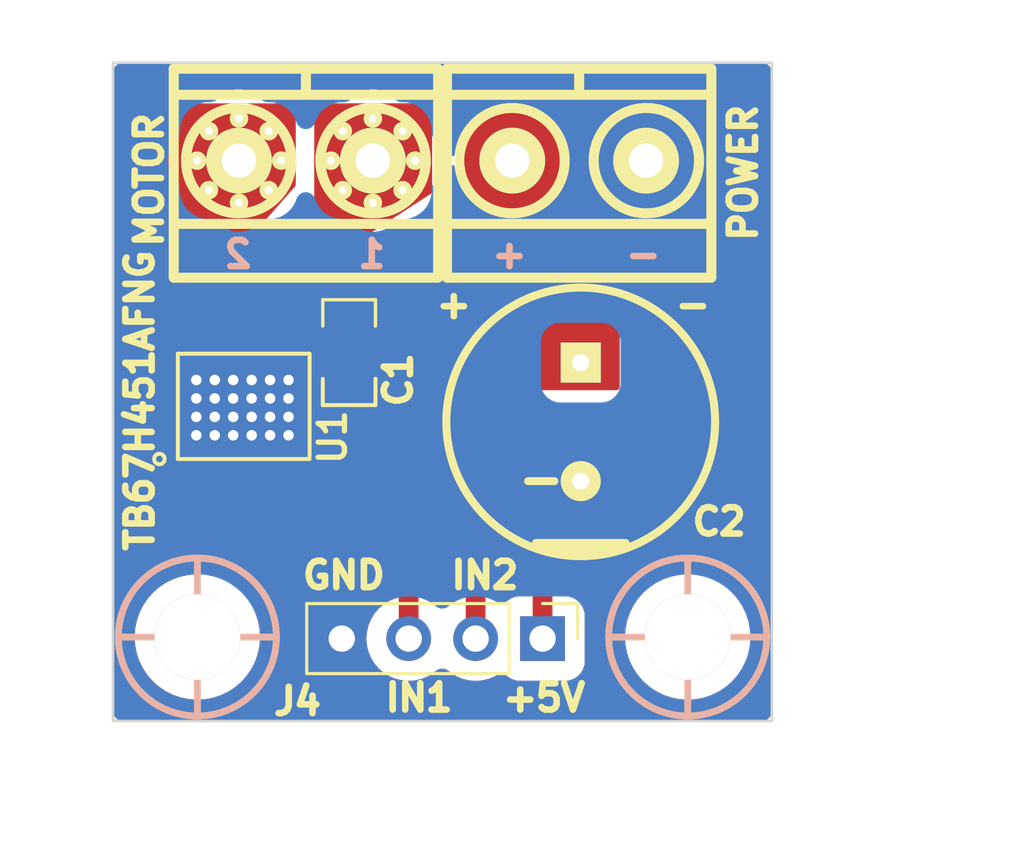
<source format=kicad_pcb>
(kicad_pcb (version 20221018) (generator pcbnew)
  (layers (0 "F.Cu" signal) (31 "B.Cu" signal) (34 "B.Paste" user) (35 "F.Paste" user) (36 "B.SilkS" user "B.Silkscreen") (37 "F.SilkS" user "F.Silkscreen") (38 "B.Mask" user) (39 "F.Mask" user) (44 "Edge.Cuts" user))
  (net 0 "")
  (net 1 "GND")
  (net 2 "+5V")
  (net 3 "/Vin")
  (net 4 "Net-(U1-OUT2)")
  (net 5 "Net-(U1-OUT1)")
  (net 6 "/M1A")
  (net 7 "/M1B")
  (footprint "EESTN5-v2:BORNERA2_AZUL" (layer "F.Cu") (at 148.89 110.72 180)
    (fp_text reference "J1" hide)
    (fp_text value "POWER" (at -6.225 -0.46 90) (layer "F.SilkS") (effects (font (thickness 0.25) bold)))
    (fp_line (start -5.0165 -4.445) (end -5.0165 3.4925) (stroke (width 0.381)) (layer "F.SilkS"))
    (fp_line (start -5 -2.4) (end 5 -2.4) (stroke (width 0.381)) (layer "F.SilkS"))
    (fp_line (start -5 2.5) (end 5 2.5) (stroke (width 0.381)) (layer "F.SilkS"))
    (fp_line (start -4.9835 3.4925) (end 5.0165 3.4925) (stroke (width 0.381)) (layer "F.SilkS"))
    (fp_line (start 0 2.54) (end 0 3.4845) (stroke (width 0.381)) (layer "F.SilkS"))
    (fp_line (start 5.0165 -4.445) (end -4.9835 -4.445) (stroke (width 0.381)) (layer "F.SilkS"))
    (fp_line (start 5.0165 3.4925) (end 5.0165 -4.445) (stroke (width 0.381)) (layer "F.SilkS"))
    (fp_circle (center -2.55 0) (end -0.55 0) (stroke (width 0.381)) (fill none) (layer "F.SilkS"))
    (fp_circle (center 2.55 0) (end 0.55 0) (stroke (width 0.381)) (fill none) (layer "F.SilkS"))
    (pad "1" thru_hole circle (at -2.54 0 180) (size 2.5 2.5) (drill 1.3) (layers "*.Cu" "*.Mask" "F.SilkS") (net 1 "GND"))
    (pad "2" thru_hole circle (at 2.54 0 180) (size 2.5 2.5) (drill 1.3) (layers "*.Cu" "*.Mask" "F.SilkS") (net 3 "/Vin"))
  )
  (footprint "EESTN5-v2:Separador_M3_5mm" (layer "F.Cu") (at 153.01 128.81)
    (fp_text reference "H2" hide)
    (fp_text value "Mounting_Hole" hide)
    (fp_line (start -3 0) (end 3 0) (stroke (width 0.254)) (layer "B.SilkS"))
    (fp_line (start 0 -3) (end 0 3) (stroke (width 0.254)) (layer "B.SilkS"))
    (fp_circle (center 0 0) (end 3 0) (stroke (width 0.254)) (fill none) (layer "B.SilkS"))
    (fp_line (start -3 0) (end 3 0) (stroke (width 0.254)) (layer "F.SilkS"))
    (fp_line (start 0 -3) (end 0 3) (stroke (width 0.254)) (layer "F.SilkS"))
    (fp_circle (center 0 0) (end 3 0) (stroke (width 0.254)) (fill none) (layer "F.SilkS"))
    (pad "1" thru_hole circle (at 0 0) (size 3.25 3.25) (drill 3.25) (layers "*.Cu" "F.SilkS"))
  )
  (footprint "EESTN5-v2:SSOP-8_disipa" (layer "F.Cu") (at 136.16 120.05)
    (fp_text reference "U1" (at 3.37 1.17 -90) (layer "F.SilkS") (effects (font (thickness 0.2) bold)))
    (fp_text value "TB67H451AFNG" hide)
    (fp_line (start -2.5 -2) (end -2.5 2) (stroke (width 0.15)) (layer "F.SilkS"))
    (fp_line (start -2.5 2) (end 2.5 2) (stroke (width 0.15)) (layer "F.SilkS"))
    (fp_line (start 2.5 -2) (end -2.5 -2) (stroke (width 0.15)) (layer "F.SilkS"))
    (fp_line (start 2.5 -2) (end 2.5 1.9) (stroke (width 0.15)) (layer "F.SilkS"))
    (fp_circle (center -3.2 2) (end -3 2) (stroke (width 0.15)) (fill none) (layer "F.SilkS"))
    (pad "1" smd rect (at -1.905 3) (size 0.7112 2) (layers "F.Cu" "F.Paste" "F.Mask") (net 1 "GND"))
    (pad "1" thru_hole circle (at -1.8 -1 90) (size 0.7 0.7) (drill 0.4) (layers "*.Cu" "*.Mask") (net 1 "GND"))
    (pad "1" thru_hole circle (at -1.8 -0.3 90) (size 0.7 0.7) (drill 0.4) (layers "*.Cu" "*.Mask") (net 1 "GND"))
    (pad "1" thru_hole circle (at -1.8 0.4 90) (size 0.7 0.7) (drill 0.4) (layers "*.Cu" "*.Mask") (net 1 "GND"))
    (pad "1" thru_hole circle (at -1.8 1.1 90) (size 0.7 0.7) (drill 0.4) (layers "*.Cu" "*.Mask") (net 1 "GND"))
    (pad "1" thru_hole circle (at -1.1 -1 90) (size 0.7 0.7) (drill 0.4) (layers "*.Cu" "*.Mask") (net 1 "GND"))
    (pad "1" thru_hole circle (at -1.1 -0.3 90) (size 0.7 0.7) (drill 0.4) (layers "*.Cu" "*.Mask") (net 1 "GND"))
    (pad "1" thru_hole circle (at -1.1 0.4 90) (size 0.7 0.7) (drill 0.4) (layers "*.Cu" "*.Mask") (net 1 "GND"))
    (pad "1" thru_hole circle (at -1.1 1.1 90) (size 0.7 0.7) (drill 0.4) (layers "*.Cu" "*.Mask") (net 1 "GND"))
    (pad "1" thru_hole circle (at -0.4 -1) (size 0.7 0.7) (drill 0.4) (layers "*.Cu" "*.Mask") (net 1 "GND"))
    (pad "1" thru_hole circle (at -0.4 -0.3) (size 0.7 0.7) (drill 0.4) (layers "*.Cu" "*.Mask") (net 1 "GND"))
    (pad "1" thru_hole circle (at -0.4 0.4) (size 0.7 0.7) (drill 0.4) (layers "*.Cu" "*.Mask") (net 1 "GND"))
    (pad "1" thru_hole circle (at -0.4 1.1) (size 0.7 0.7) (drill 0.4) (layers "*.Cu" "*.Mask") (net 1 "GND"))
    (pad "1" thru_hole circle (at 0.3 -1) (size 0.7 0.7) (drill 0.4) (layers "*.Cu" "*.Mask") (net 1 "GND"))
    (pad "1" thru_hole circle (at 0.3 -0.3) (size 0.7 0.7) (drill 0.4) (layers "*.Cu" "*.Mask") (net 1 "GND"))
    (pad "1" thru_hole circle (at 0.3 0.4) (size 0.7 0.7) (drill 0.4) (layers "*.Cu" "*.Mask") (net 1 "GND"))
    (pad "1" thru_hole circle (at 0.3 1.1) (size 0.7 0.7) (drill 0.4) (layers "*.Cu" "*.Mask") (net 1 "GND"))
    (pad "1" thru_hole circle (at 1 -1) (size 0.7 0.7) (drill 0.4) (layers "*.Cu" "*.Mask") (net 1 "GND"))
    (pad "1" thru_hole circle (at 1 -0.3) (size 0.7 0.7) (drill 0.4) (layers "*.Cu" "*.Mask") (net 1 "GND"))
    (pad "1" thru_hole circle (at 1 0.4) (size 0.7 0.7) (drill 0.4) (layers "*.Cu" "*.Mask") (net 1 "GND"))
    (pad "1" thru_hole circle (at 1 1.1) (size 0.7 0.7) (drill 0.4) (layers "*.Cu" "*.Mask") (net 1 "GND"))
    (pad "1" thru_hole circle (at 1.7 -1) (size 0.7 0.7) (drill 0.4) (layers "*.Cu" "*.Mask") (net 1 "GND"))
    (pad "1" thru_hole circle (at 1.7 -0.3) (size 0.7 0.7) (drill 0.4) (layers "*.Cu" "*.Mask") (net 1 "GND"))
    (pad "1" thru_hole circle (at 1.7 0.4) (size 0.7 0.7) (drill 0.4) (layers "*.Cu" "*.Mask") (net 1 "GND"))
    (pad "1" thru_hole circle (at 1.7 1.1) (size 0.7 0.7) (drill 0.4) (layers "*.Cu" "*.Mask") (net 1 "GND"))
    (pad "2" smd rect (at -0.635 3) (size 0.7112 2) (layers "F.Cu" "F.Paste" "F.Mask") (net 6 "/M1A"))
    (pad "3" smd rect (at 0.635 3) (size 0.7112 2) (layers "F.Cu" "F.Paste" "F.Mask") (net 7 "/M1B"))
    (pad "4" smd rect (at 1.905 3) (size 0.7112 2) (layers "F.Cu" "F.Paste" "F.Mask") (net 2 "+5V"))
    (pad "5" smd rect (at 1.905 -3 180) (size 0.7112 2) (layers "F.Cu" "F.Paste" "F.Mask") (net 3 "/Vin"))
    (pad "6" smd rect (at 0.635 -3 180) (size 0.7112 2) (layers "F.Cu" "F.Paste" "F.Mask") (net 5 "Net-(U1-OUT1)"))
    (pad "7" smd rect (at -0.635 -3 180) (size 0.7112 2) (layers "F.Cu" "F.Paste" "F.Mask") (net 1 "GND"))
    (pad "8" smd rect (at -1.905 -3 180) (size 0.7112 2) (layers "F.Cu" "F.Paste" "F.Mask") (net 4 "Net-(U1-OUT2)"))
  )
  (footprint "Connector_PinHeader_2.54mm:PinHeader_1x04_P2.54mm_Vertical" (layer "F.Cu") (at 147.5 128.87 -90)
    (fp_text reference "J4" (at 2.38 9.3 180) (layer "F.SilkS") (effects (font (thickness 0.25) bold)))
    (fp_text value "Conn_01x04_Pin")
    (fp_line (start -1.33 -1.33) (end 0 -1.33) (stroke (width 0.12)) (layer "F.SilkS"))
    (fp_line (start -1.33 0) (end -1.33 -1.33) (stroke (width 0.12)) (layer "F.SilkS"))
    (fp_line (start -1.33 1.27) (end -1.33 8.95) (stroke (width 0.12)) (layer "F.SilkS"))
    (fp_line (start -1.33 1.27) (end 1.33 1.27) (stroke (width 0.12)) (layer "F.SilkS"))
    (fp_line (start -1.33 8.95) (end 1.33 8.95) (stroke (width 0.12)) (layer "F.SilkS"))
    (fp_line (start 1.33 1.27) (end 1.33 8.95) (stroke (width 0.12)) (layer "F.SilkS"))
    (pad "1" thru_hole rect (at 0 0 270) (size 1.7 1.7) (drill 1) (layers "*.Cu" "*.Mask") (net 2 "+5V"))
    (pad "2" thru_hole oval (at 0 2.54 270) (size 1.7 1.7) (drill 1) (layers "*.Cu" "*.Mask") (net 7 "/M1B"))
    (pad "3" thru_hole oval (at 0 5.08 270) (size 1.7 1.7) (drill 1) (layers "*.Cu" "*.Mask") (net 6 "/M1A"))
    (pad "4" thru_hole oval (at 0 7.62 270) (size 1.7 1.7) (drill 1) (layers "*.Cu" "*.Mask") (net 1 "GND"))
  )
  (footprint "EESTN5-v2:Separador_M3_5mm" (layer "F.Cu") (at 134.4 128.81)
    (fp_text reference "H1" hide)
    (fp_text value "Mounting_Hole" hide)
    (fp_line (start -3 0) (end 3 0) (stroke (width 0.254)) (layer "B.SilkS"))
    (fp_line (start 0 -3) (end 0 3) (stroke (width 0.254)) (layer "B.SilkS"))
    (fp_circle (center 0 0) (end 3 0) (stroke (width 0.254)) (fill none) (layer "B.SilkS"))
    (fp_line (start -3 0) (end 3 0) (stroke (width 0.254)) (layer "F.SilkS"))
    (fp_line (start 0 -3) (end 0 3) (stroke (width 0.254)) (layer "F.SilkS"))
    (fp_circle (center 0 0) (end 3 0) (stroke (width 0.254)) (fill none) (layer "F.SilkS"))
    (pad "1" thru_hole circle (at 0 0) (size 3.25 3.25) (drill 3.25) (layers "*.Cu" "F.SilkS"))
  )
  (footprint "EESTN5-v2:CAP_ELEC_10X8mm" (layer "F.Cu") (at 148.95 120.64 180)
    (fp_text reference "C2" (at -5.25 -3.79) (layer "F.SilkS") (effects (font (thickness 0.25) bold)))
    (fp_text value "100uF 35V" hide)
    (fp_line (start -1.7 -4.6) (end 1.7 -4.6) (stroke (width 0.3048)) (layer "F.SilkS"))
    (fp_line (start -1.3 -4.8) (end 1.3 -4.8) (stroke (width 0.3048)) (layer "F.SilkS"))
    (fp_line (start -0.8 -5) (end 0.8 -5) (stroke (width 0.3048)) (layer "F.SilkS"))
    (fp_line (start 1 -2.25) (end 2 -2.25) (stroke (width 0.3)) (layer "F.SilkS"))
    (fp_circle (center 0 0) (end 5.1 0) (stroke (width 0.3048)) (fill none) (layer "F.SilkS"))
    (pad "1" thru_hole rect (at 0 2.25 180) (size 1.524 1.524) (drill 0.65) (layers "*.Cu" "*.Mask" "F.SilkS") (net 3 "/Vin"))
    (pad "2" thru_hole circle (at 0 -2.25 180) (size 1.524 1.524) (drill 0.65) (layers "*.Cu" "*.Mask" "F.SilkS") (net 1 "GND"))
  )
  (footprint "EESTN5-v2:C_0805" (layer "F.Cu") (at 140.16 118.0025 90)
    (fp_text reference "C1" (at -1.04 1.86 90) (layer "F.SilkS") (effects (font (thickness 0.25) bold)))
    (fp_text value "100nF" hide)
    (fp_line (start -2 -1) (end -2 1) (stroke (width 0.15)) (layer "F.SilkS"))
    (fp_line (start -2 1) (end -1 1) (stroke (width 0.15)) (layer "F.SilkS"))
    (fp_line (start -1 -1) (end -2 -1) (stroke (width 0.15)) (layer "F.SilkS"))
    (fp_line (start 1 -1) (end 2 -1) (stroke (width 0.127)) (layer "F.SilkS"))
    (fp_line (start 2 -1) (end 2 1) (stroke (width 0.127)) (layer "F.SilkS"))
    (fp_line (start 2 1) (end 1 1) (stroke (width 0.127)) (layer "F.SilkS"))
    (pad "1" smd rect (at 0.9525 0 90) (size 1.30048 1.4986) (layers "F.Cu" "F.Paste" "F.Mask") (net 3 "/Vin"))
    (pad "2" smd rect (at -0.9525 0 90) (size 1.30048 1.4986) (layers "F.Cu" "F.Paste" "F.Mask") (net 1 "GND"))
  )
  (footprint "EESTN5-v2:BORNERA2_AZUL_HOLES+" (layer "F.Cu") (at 138.52 110.72 180)
    (fp_text reference "J3" hide)
    (fp_text value "MOTOR" (at 5.95 -0.73 90) (layer "F.SilkS") (effects (font (thickness 0.25) bold)))
    (fp_line (start -5.0165 -4.445) (end -5.0165 3.4925) (stroke (width 0.381)) (layer "F.SilkS"))
    (fp_line (start -5 -2.4) (end 5 -2.4) (stroke (width 0.381)) (layer "F.SilkS"))
    (fp_line (start -5 2.5) (end 5 2.5) (stroke (width 0.381)) (layer "F.SilkS"))
    (fp_line (start -4.9835 3.4925) (end 5.0165 3.4925) (stroke (width 0.381)) (layer "F.SilkS"))
    (fp_line (start 0 2.54) (end 0 3.4845) (stroke (width 0.381)) (layer "F.SilkS"))
    (fp_line (start 5.0165 -4.445) (end -4.9835 -4.445) (stroke (width 0.381)) (layer "F.SilkS"))
    (fp_line (start 5.0165 3.4925) (end 5.0165 -4.445) (stroke (width 0.381)) (layer "F.SilkS"))
    (fp_circle (center -2.55 0) (end -0.55 0) (stroke (width 0.381)) (fill none) (layer "F.SilkS"))
    (fp_circle (center 2.55 0) (end 0.55 0) (stroke (width 0.381)) (fill none) (layer "F.SilkS"))
    (pad "1" thru_hole circle (at -4.14 0 180) (size 0.7 0.7) (drill 0.3) (layers "*.Cu" "*.Mask" "F.SilkS") (net 5 "Net-(U1-OUT1)"))
    (pad "1" thru_hole circle (at -3.67 -1.12 180) (size 0.7 0.7) (drill 0.3) (layers "*.Cu" "*.Mask" "F.SilkS") (net 5 "Net-(U1-OUT1)"))
    (pad "1" thru_hole circle (at -3.67 1.12 180) (size 0.7 0.7) (drill 0.3) (layers "*.Cu" "*.Mask" "F.SilkS") (net 5 "Net-(U1-OUT1)"))
    (pad "1" thru_hole circle (at -2.54 -1.6 180) (size 0.7 0.7) (drill 0.3) (layers "*.Cu" "*.Mask" "F.SilkS") (net 5 "Net-(U1-OUT1)"))
    (pad "1" thru_hole circle (at -2.54 0 180) (size 2.5 2.5) (drill 1.3) (layers "*.Cu" "*.Mask" "F.SilkS") (net 5 "Net-(U1-OUT1)"))
    (pad "1" thru_hole circle (at -2.54 1.6 180) (size 0.7 0.7) (drill 0.3) (layers "*.Cu" "*.Mask" "F.SilkS") (net 5 "Net-(U1-OUT1)"))
    (pad "1" thru_hole circle (at -1.4 -1.12 180) (size 0.7 0.7) (drill 0.3) (layers "*.Cu" "*.Mask" "F.SilkS") (net 5 "Net-(U1-OUT1)"))
    (pad "1" thru_hole circle (at -1.4 1.12 180) (size 0.7 0.7) (drill 0.3) (layers "*.Cu" "*.Mask" "F.SilkS") (net 5 "Net-(U1-OUT1)"))
    (pad "1" thru_hole circle (at -0.95 0 180) (size 0.7 0.7) (drill 0.3) (layers "*.Cu" "*.Mask" "F.SilkS") (net 5 "Net-(U1-OUT1)"))
    (pad "2" thru_hole circle (at 0.94 0 180) (size 0.7 0.7) (drill 0.3) (layers "*.Cu" "*.Mask" "F.SilkS") (net 4 "Net-(U1-OUT2)"))
    (pad "2" thru_hole circle (at 1.41 -1.12 180) (size 0.7 0.7) (drill 0.3) (layers "*.Cu" "*.Mask" "F.SilkS") (net 4 "Net-(U1-OUT2)"))
    (pad "2" thru_hole circle (at 1.41 1.12 180) (size 0.7 0.7) (drill 0.3) (layers "*.Cu" "*.Mask" "F.SilkS") (net 4 "Net-(U1-OUT2)"))
    (pad "2" thru_hole circle (at 2.54 -1.6 180) (size 0.7 0.7) (drill 0.3) (layers "*.Cu" "*.Mask" "F.SilkS") (net 4 "Net-(U1-OUT2)"))
    (pad "2" thru_hole circle (at 2.54 0 180) (size 2.5 2.5) (drill 1.3) (layers "*.Cu" "*.Mask" "F.SilkS") (net 4 "Net-(U1-OUT2)"))
    (pad "2" thru_hole circle (at 2.54 1.6 180) (size 0.7 0.7) (drill 0.3) (layers "*.Cu" "*.Mask" "F.SilkS") (net 4 "Net-(U1-OUT2)"))
    (pad "2" thru_hole circle (at 3.68 -1.12 180) (size 0.7 0.7) (drill 0.3) (layers "*.Cu" "*.Mask" "F.SilkS") (net 4 "Net-(U1-OUT2)"))
    (pad "2" thru_hole circle (at 3.68 1.12 180) (size 0.7 0.7) (drill 0.3) (layers "*.Cu" "*.Mask" "F.SilkS") (net 4 "Net-(U1-OUT2)"))
    (pad "2" thru_hole circle (at 4.13 0 180) (size 0.7 0.7) (drill 0.3) (layers "*.Cu" "*.Mask" "F.SilkS") (net 4 "Net-(U1-OUT2)"))
  )
  (gr_line (start 156.2 107) (end 156.2 109) (stroke (width 0.1)) (layer "Edge.Cuts"))
  (gr_rect (start 131.2 107) (end 156.2 132) (stroke (width 0.1)) (fill none) (layer "Edge.Cuts"))
  (gr_text "1" (at 141.66 114.86) (layer "B.SilkS") (effects (font (size 1 1) (thickness 0.25) bold) (justify left bottom mirror)))
  (gr_text "+" (at 147.03 114.86) (layer "B.SilkS") (effects (font (size 1 1) (thickness 0.25) bold) (justify left bottom mirror)))
  (gr_text "2" (at 136.58 114.86) (layer "B.SilkS") (effects (font (size 1 1) (thickness 0.25) bold) (justify left bottom mirror)))
  (gr_text "-" (at 152.11 114.86) (layer "B.SilkS") (effects (font (size 1 1) (thickness 0.25) bold) (justify left bottom mirror)))
  (gr_text "TB67H451AFNG\n" (at 132.8 125.66 90) (layer "F.SilkS") (effects (font (size 1 1) (thickness 0.25) bold) (justify left bottom)))
  (gr_text "-" (at 153.99 115.73 180) (layer "F.SilkS") (effects (font (size 1 1) (thickness 0.25) bold) (justify left bottom)))
  (gr_text "IN2" (at 143.91 127.05) (layer "F.SilkS") (effects (font (size 1 1) (thickness 0.25) bold) (justify left bottom)))
  (gr_text "IN1\n" (at 141.41 131.7) (layer "F.SilkS") (effects (font (size 1 1) (thickness 0.25) bold) (justify left bottom)))
  (gr_text "+5V" (at 145.87 131.7) (layer "F.SilkS") (effects (font (size 1 1) (thickness 0.25) bold) (justify left bottom)))
  (gr_text "+" (at 144.9165 115.73 180) (layer "F.SilkS") (effects (font (size 1 1) (thickness 0.25) bold) (justify left bottom)))
  (gr_text "GND" (at 138.27 127.05) (layer "F.SilkS") (effects (font (size 1 1) (thickness 0.25) bold) (justify left bottom)))
  (segment (start 135.525 117.05) (end 135.525 119.375) (width 0.75) (layer "F.Cu") (net 1))
  (segment (start 135.525 119.375) (end 135.11 119.79) (width 0.75) (layer "F.Cu") (net 1))
  (segment (start 144.24 123.05) (end 138.065 123.05) (width 0.75) (layer "F.Cu") (net 2))
  (segment (start 147.5 126.31) (end 144.24 123.05) (width 0.75) (layer "F.Cu") (net 2))
  (segment (start 147.5 128.87) (end 147.5 126.31) (width 0.75) (layer "F.Cu") (net 2))
  (segment (start 142.42 126.82) (end 141.92 126.32) (width 0.75) (layer "F.Cu") (net 6))
  (segment (start 141.92 126.32) (end 136.82 126.32) (width 0.75) (layer "F.Cu") (net 6))
  (segment (start 136.82 126.32) (end 135.525 125.025) (width 0.75) (layer "F.Cu") (net 6))
  (segment (start 135.525 125.025) (end 135.525 123.05) (width 0.75) (layer "F.Cu") (net 6))
  (segment (start 142.42 128.87) (end 142.42 126.82) (width 0.75) (layer "F.Cu") (net 6))
  (segment (start 137.47 124.97) (end 136.795 124.295) (width 0.75) (layer "F.Cu") (net 7))
  (segment (start 136.795 124.295) (end 136.795 123.05) (width 0.75) (layer "F.Cu") (net 7))
  (segment (start 144.96 128.87) (end 144.96 126.04) (width 0.75) (layer "F.Cu") (net 7))
  (segment (start 144.96 126.04) (end 143.89 124.97) (width 0.75) (layer "F.Cu") (net 7))
  (segment (start 143.89 124.97) (end 137.47 124.97) (width 0.75) (layer "F.Cu") (net 7))
  (zone (net 5) (net_name "Net-(U1-OUT1)") (layer "F.Cu") (priority 2) (connect_pads yes (clearance 0.25)) (min_thickness 0.25) (fill yes (thermal_gap 0.25) (thermal_bridge_width 0.25))
    (polygon (pts (xy 136.09 118.07) (xy 137.49 118.07) (xy 137.49 115.72) (xy 143.31 111.95) (xy 143.31 108.54) (xy 138.835 108.545) (xy 138.835 112.19) (xy 136.09 115.17)))
  )
  (zone (net 3) (net_name "/Vin") (layer "F.Cu") (priority 3) (connect_pads yes (clearance 0.25)) (min_thickness 0.25) (fill yes (thermal_gap 0.25) (thermal_bridge_width 0.25))
    (polygon (pts (xy 137.71 118.05) (xy 137.71 116.05) (xy 140.09 114.94) (xy 144.18 112.28) (xy 144.18 108.54) (xy 148.52 108.54) (xy 148.51 112.46) (xy 150.43 117.15) (xy 150.43 119.44) (xy 147.18 119.44) (xy 145.59 118.03)))
  )
  (zone (net 4) (net_name "Net-(U1-OUT2)") (layer "F.Cu") (priority 1) (connect_pads yes (clearance 0.25)) (min_thickness 0.25) (fill yes (thermal_gap 0.25) (thermal_bridge_width 0.25))
    (polygon (pts (xy 133.31 114.995) (xy 133.31 118.08) (xy 134.885 118.08) (xy 134.885 115.37) (xy 138.135 111.67) (xy 138.135 108.545) (xy 133.285 108.545)))
  )
  (zone (net 1) (net_name "GND") (layers "F&B.Cu") (connect_pads yes (clearance 0.75)) (min_thickness 0.75) (fill yes (thermal_gap 0.75) (thermal_bridge_width 0.75))
    (polygon (pts (xy 126.91 104.72) (xy 159.31 104.62) (xy 159.31 133.62) (xy 126.91 133.72)))
  )
)
</source>
